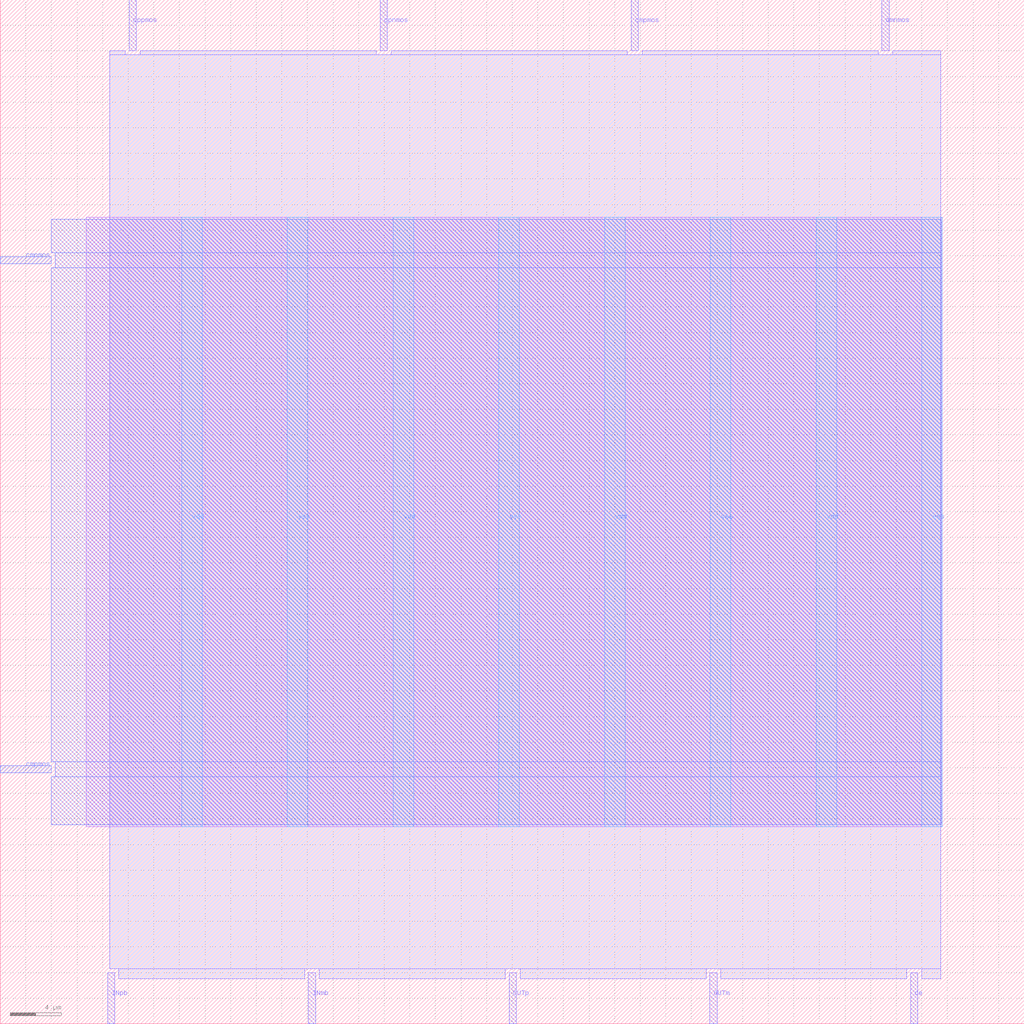
<source format=lef>
VERSION 5.7 ;
  NOWIREEXTENSIONATPIN ON ;
  DIVIDERCHAR "/" ;
  BUSBITCHARS "[]" ;
MACRO DiffDigota
  CLASS BLOCK ;
  FOREIGN DiffDigota ;
  ORIGIN 0.000 0.000 ;
  SIZE 80.000 BY 80.000 ;
  PIN INmb
    DIRECTION INPUT ;
    USE SIGNAL ;
    PORT
      LAYER Metal2 ;
        RECT 24.080 0.000 24.640 4.000 ;
    END
  END INmb
  PIN INpb
    DIRECTION INPUT ;
    USE SIGNAL ;
    PORT
      LAYER Metal2 ;
        RECT 8.400 0.000 8.960 4.000 ;
    END
  END INpb
  PIN OUTm
    DIRECTION INPUT ;
    USE SIGNAL ;
    PORT
      LAYER Metal2 ;
        RECT 55.440 0.000 56.000 4.000 ;
    END
  END OUTm
  PIN OUTp
    DIRECTION INPUT ;
    USE SIGNAL ;
    PORT
      LAYER Metal2 ;
        RECT 39.760 0.000 40.320 4.000 ;
    END
  END OUTp
  PIN cmnmos
    DIRECTION OUTPUT TRISTATE ;
    USE SIGNAL ;
    PORT
      LAYER Metal3 ;
        RECT 0.000 59.360 4.000 59.920 ;
    END
  END cmnmos
  PIN cmpmos
    DIRECTION OUTPUT TRISTATE ;
    USE SIGNAL ;
    PORT
      LAYER Metal3 ;
        RECT 0.000 19.600 4.000 20.160 ;
    END
  END cmpmos
  PIN oe
    DIRECTION INPUT ;
    USE SIGNAL ;
    PORT
      LAYER Metal2 ;
        RECT 71.120 0.000 71.680 4.000 ;
    END
  END oe
  PIN omnmos
    DIRECTION OUTPUT TRISTATE ;
    USE SIGNAL ;
    PORT
      LAYER Metal2 ;
        RECT 68.880 76.000 69.440 80.000 ;
    END
  END omnmos
  PIN ompmos
    DIRECTION OUTPUT TRISTATE ;
    USE SIGNAL ;
    PORT
      LAYER Metal2 ;
        RECT 49.280 76.000 49.840 80.000 ;
    END
  END ompmos
  PIN opnmos
    DIRECTION OUTPUT TRISTATE ;
    USE SIGNAL ;
    PORT
      LAYER Metal2 ;
        RECT 29.680 76.000 30.240 80.000 ;
    END
  END opnmos
  PIN oppmos
    DIRECTION OUTPUT TRISTATE ;
    USE SIGNAL ;
    PORT
      LAYER Metal2 ;
        RECT 10.080 76.000 10.640 80.000 ;
    END
  END oppmos
  PIN vdd
    DIRECTION INOUT ;
    USE POWER ;
    PORT
      LAYER Metal4 ;
        RECT 14.180 15.380 15.780 63.020 ;
    END
    PORT
      LAYER Metal4 ;
        RECT 30.700 15.380 32.300 63.020 ;
    END
    PORT
      LAYER Metal4 ;
        RECT 47.220 15.380 48.820 63.020 ;
    END
    PORT
      LAYER Metal4 ;
        RECT 63.740 15.380 65.340 63.020 ;
    END
  END vdd
  PIN vss
    DIRECTION INOUT ;
    USE GROUND ;
    PORT
      LAYER Metal4 ;
        RECT 22.440 15.380 24.040 63.020 ;
    END
    PORT
      LAYER Metal4 ;
        RECT 38.960 15.380 40.560 63.020 ;
    END
    PORT
      LAYER Metal4 ;
        RECT 55.480 15.380 57.080 63.020 ;
    END
    PORT
      LAYER Metal4 ;
        RECT 72.000 15.380 73.600 63.020 ;
    END
  END vss
  OBS
      LAYER Metal1 ;
        RECT 6.720 15.380 73.600 63.020 ;
      LAYER Metal2 ;
        RECT 8.540 75.700 9.780 76.000 ;
        RECT 10.940 75.700 29.380 76.000 ;
        RECT 30.540 75.700 48.980 76.000 ;
        RECT 50.140 75.700 68.580 76.000 ;
        RECT 69.740 75.700 73.460 76.000 ;
        RECT 8.540 4.300 73.460 75.700 ;
        RECT 9.260 3.500 23.780 4.300 ;
        RECT 24.940 3.500 39.460 4.300 ;
        RECT 40.620 3.500 55.140 4.300 ;
        RECT 56.300 3.500 70.820 4.300 ;
        RECT 71.980 3.500 73.460 4.300 ;
      LAYER Metal3 ;
        RECT 4.000 60.220 73.510 62.860 ;
        RECT 4.300 59.060 73.510 60.220 ;
        RECT 4.000 20.460 73.510 59.060 ;
        RECT 4.300 19.300 73.510 20.460 ;
        RECT 4.000 15.540 73.510 19.300 ;
  END
END DiffDigota
END LIBRARY


</source>
